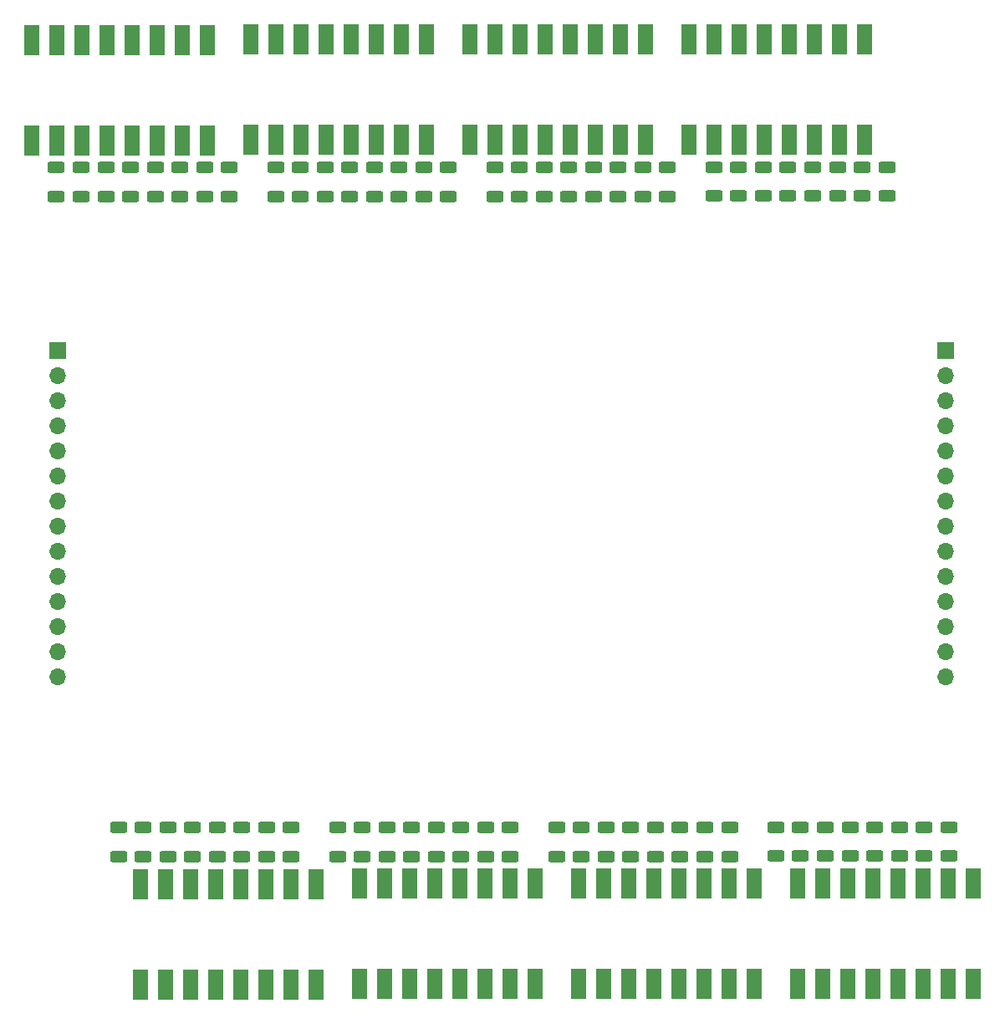
<source format=gts>
%TF.GenerationSoftware,KiCad,Pcbnew,(6.0.5)*%
%TF.CreationDate,2022-10-16T21:39:42+03:00*%
%TF.ProjectId,LED_MATRIX,4c45445f-4d41-4545-9249-582e6b696361,rev?*%
%TF.SameCoordinates,Original*%
%TF.FileFunction,Soldermask,Top*%
%TF.FilePolarity,Negative*%
%FSLAX46Y46*%
G04 Gerber Fmt 4.6, Leading zero omitted, Abs format (unit mm)*
G04 Created by KiCad (PCBNEW (6.0.5)) date 2022-10-16 21:39:42*
%MOMM*%
%LPD*%
G01*
G04 APERTURE LIST*
G04 Aperture macros list*
%AMRoundRect*
0 Rectangle with rounded corners*
0 $1 Rounding radius*
0 $2 $3 $4 $5 $6 $7 $8 $9 X,Y pos of 4 corners*
0 Add a 4 corners polygon primitive as box body*
4,1,4,$2,$3,$4,$5,$6,$7,$8,$9,$2,$3,0*
0 Add four circle primitives for the rounded corners*
1,1,$1+$1,$2,$3*
1,1,$1+$1,$4,$5*
1,1,$1+$1,$6,$7*
1,1,$1+$1,$8,$9*
0 Add four rect primitives between the rounded corners*
20,1,$1+$1,$2,$3,$4,$5,0*
20,1,$1+$1,$4,$5,$6,$7,0*
20,1,$1+$1,$6,$7,$8,$9,0*
20,1,$1+$1,$8,$9,$2,$3,0*%
G04 Aperture macros list end*
%ADD10RoundRect,0.250000X-0.625000X0.312500X-0.625000X-0.312500X0.625000X-0.312500X0.625000X0.312500X0*%
%ADD11RoundRect,0.250000X0.625000X-0.312500X0.625000X0.312500X-0.625000X0.312500X-0.625000X-0.312500X0*%
%ADD12R,1.700000X1.700000*%
%ADD13O,1.700000X1.700000*%
%ADD14R,1.600000X3.100000*%
G04 APERTURE END LIST*
D10*
%TO.C,REF\u002A\u002A*%
X98500000Y-52507500D03*
X98500000Y-55432500D03*
%TD*%
D11*
%TO.C,REF\u002A\u002A*%
X97270000Y-122252500D03*
X97270000Y-119327500D03*
%TD*%
D10*
%TO.C,REF\u002A\u002A*%
X76310000Y-52527500D03*
X76310000Y-55452500D03*
%TD*%
%TO.C,REF\u002A\u002A*%
X142890000Y-52487500D03*
X142890000Y-55412500D03*
%TD*%
D11*
%TO.C,REF\u002A\u002A*%
X80080000Y-122272500D03*
X80080000Y-119347500D03*
%TD*%
D10*
%TO.C,REF\u002A\u002A*%
X140390000Y-52487500D03*
X140390000Y-55412500D03*
%TD*%
D11*
%TO.C,REF\u002A\u002A*%
X89770000Y-122252500D03*
X89770000Y-119327500D03*
%TD*%
%TO.C,REF\u002A\u002A*%
X136660000Y-122232500D03*
X136660000Y-119307500D03*
%TD*%
%TO.C,REF\u002A\u002A*%
X72580000Y-122272500D03*
X72580000Y-119347500D03*
%TD*%
%TO.C,REF\u002A\u002A*%
X149160000Y-122232500D03*
X149160000Y-119307500D03*
%TD*%
%TO.C,REF\u002A\u002A*%
X85080000Y-122272500D03*
X85080000Y-119347500D03*
%TD*%
D10*
%TO.C,REF\u002A\u002A*%
X101000000Y-52507500D03*
X101000000Y-55432500D03*
%TD*%
D11*
%TO.C,REF\u002A\u002A*%
X144160000Y-122232500D03*
X144160000Y-119307500D03*
%TD*%
D10*
%TO.C,REF\u002A\u002A*%
X71310000Y-52527500D03*
X71310000Y-55452500D03*
%TD*%
%TO.C,REF\u002A\u002A*%
X73810000Y-52527500D03*
X73810000Y-55452500D03*
%TD*%
%TO.C,REF\u002A\u002A*%
X105700000Y-52507500D03*
X105700000Y-55432500D03*
%TD*%
%TO.C,REF\u002A\u002A*%
X91000000Y-52507500D03*
X91000000Y-55432500D03*
%TD*%
%TO.C,REF\u002A\u002A*%
X63810000Y-52527500D03*
X63810000Y-55452500D03*
%TD*%
%TO.C,REF\u002A\u002A*%
X96000000Y-52507500D03*
X96000000Y-55432500D03*
%TD*%
D11*
%TO.C,REF\u002A\u002A*%
X134160000Y-122232500D03*
X134160000Y-119307500D03*
%TD*%
D10*
%TO.C,REF\u002A\u002A*%
X118200000Y-52507500D03*
X118200000Y-55432500D03*
%TD*%
%TO.C,REF\u002A\u002A*%
X78810000Y-52527500D03*
X78810000Y-55452500D03*
%TD*%
%TO.C,REF\u002A\u002A*%
X108200000Y-52507500D03*
X108200000Y-55432500D03*
%TD*%
D11*
%TO.C,REF\u002A\u002A*%
X111970000Y-122252500D03*
X111970000Y-119327500D03*
%TD*%
%TO.C,REF\u002A\u002A*%
X141660000Y-122232500D03*
X141660000Y-119307500D03*
%TD*%
%TO.C,REF\u002A\u002A*%
X77580000Y-122272500D03*
X77580000Y-119347500D03*
%TD*%
D10*
%TO.C,REF\u002A\u002A*%
X137890000Y-52487500D03*
X137890000Y-55412500D03*
%TD*%
%TO.C,REF\u002A\u002A*%
X110700000Y-52507500D03*
X110700000Y-55432500D03*
%TD*%
D11*
%TO.C,REF\u002A\u002A*%
X124470000Y-122252500D03*
X124470000Y-119327500D03*
%TD*%
%TO.C,REF\u002A\u002A*%
X116970000Y-122252500D03*
X116970000Y-119327500D03*
%TD*%
D10*
%TO.C,REF\u002A\u002A*%
X127890000Y-52487500D03*
X127890000Y-55412500D03*
%TD*%
D11*
%TO.C,REF\u002A\u002A*%
X151660000Y-122232500D03*
X151660000Y-119307500D03*
%TD*%
D10*
%TO.C,REF\u002A\u002A*%
X115700000Y-52507500D03*
X115700000Y-55432500D03*
%TD*%
%TO.C,REF\u002A\u002A*%
X132890000Y-52487500D03*
X132890000Y-55412500D03*
%TD*%
D11*
%TO.C,REF\u002A\u002A*%
X107270000Y-122252500D03*
X107270000Y-119327500D03*
%TD*%
D10*
%TO.C,REF\u002A\u002A*%
X93500000Y-52507500D03*
X93500000Y-55432500D03*
%TD*%
%TO.C,REF\u002A\u002A*%
X61310000Y-52527500D03*
X61310000Y-55452500D03*
%TD*%
%TO.C,REF\u002A\u002A*%
X66310000Y-52527500D03*
X66310000Y-55452500D03*
%TD*%
%TO.C,REF\u002A\u002A*%
X113200000Y-52507500D03*
X113200000Y-55432500D03*
%TD*%
%TO.C,REF\u002A\u002A*%
X120700000Y-52507500D03*
X120700000Y-55432500D03*
%TD*%
D12*
%TO.C,REF\u002A\u002A*%
X151360000Y-71050000D03*
D13*
X151360000Y-73590000D03*
X151360000Y-76130000D03*
X151360000Y-78670000D03*
X151360000Y-81210000D03*
X151360000Y-83750000D03*
X151360000Y-86290000D03*
X151360000Y-88830000D03*
X151360000Y-91370000D03*
X151360000Y-93910000D03*
X151360000Y-96450000D03*
X151360000Y-98990000D03*
X151360000Y-101530000D03*
X151360000Y-104070000D03*
%TD*%
D11*
%TO.C,REF\u002A\u002A*%
X67580000Y-122272500D03*
X67580000Y-119347500D03*
%TD*%
D10*
%TO.C,REF\u002A\u002A*%
X123200000Y-52507500D03*
X123200000Y-55432500D03*
%TD*%
D11*
%TO.C,REF\u002A\u002A*%
X119470000Y-122252500D03*
X119470000Y-119327500D03*
%TD*%
%TO.C,REF\u002A\u002A*%
X102270000Y-122252500D03*
X102270000Y-119327500D03*
%TD*%
%TO.C,REF\u002A\u002A*%
X92270000Y-122252500D03*
X92270000Y-119327500D03*
%TD*%
D10*
%TO.C,REF\u002A\u002A*%
X145390000Y-52487500D03*
X145390000Y-55412500D03*
%TD*%
D11*
%TO.C,REF\u002A\u002A*%
X70080000Y-122272500D03*
X70080000Y-119347500D03*
%TD*%
%TO.C,REF\u002A\u002A*%
X139160000Y-122232500D03*
X139160000Y-119307500D03*
%TD*%
%TO.C,REF\u002A\u002A*%
X99770000Y-122252500D03*
X99770000Y-119327500D03*
%TD*%
D10*
%TO.C,REF\u002A\u002A*%
X88500000Y-52507500D03*
X88500000Y-55432500D03*
%TD*%
D11*
%TO.C,REF\u002A\u002A*%
X146660000Y-122232500D03*
X146660000Y-119307500D03*
%TD*%
%TO.C,REF\u002A\u002A*%
X121970000Y-122252500D03*
X121970000Y-119327500D03*
%TD*%
D10*
%TO.C,REF\u002A\u002A*%
X135390000Y-52487500D03*
X135390000Y-55412500D03*
%TD*%
%TO.C,REF\u002A\u002A*%
X130390000Y-52487500D03*
X130390000Y-55412500D03*
%TD*%
D11*
%TO.C,REF\u002A\u002A*%
X114470000Y-122252500D03*
X114470000Y-119327500D03*
%TD*%
D10*
%TO.C,REF\u002A\u002A*%
X68810000Y-52527500D03*
X68810000Y-55452500D03*
%TD*%
D11*
%TO.C,REF\u002A\u002A*%
X129470000Y-122252500D03*
X129470000Y-119327500D03*
%TD*%
%TO.C,REF\u002A\u002A*%
X75080000Y-122272500D03*
X75080000Y-119347500D03*
%TD*%
%TO.C,REF\u002A\u002A*%
X82580000Y-122272500D03*
X82580000Y-119347500D03*
%TD*%
%TO.C,REF\u002A\u002A*%
X126970000Y-122252500D03*
X126970000Y-119327500D03*
%TD*%
D10*
%TO.C,REF\u002A\u002A*%
X83500000Y-52507500D03*
X83500000Y-55432500D03*
%TD*%
D11*
%TO.C,REF\u002A\u002A*%
X94770000Y-122252500D03*
X94770000Y-119327500D03*
%TD*%
%TO.C,REF\u002A\u002A*%
X104770000Y-122252500D03*
X104770000Y-119327500D03*
%TD*%
D12*
%TO.C,REF\u002A\u002A*%
X61460000Y-71066275D03*
D13*
X61460000Y-73606275D03*
X61460000Y-76146275D03*
X61460000Y-78686275D03*
X61460000Y-81226275D03*
X61460000Y-83766275D03*
X61460000Y-86306275D03*
X61460000Y-88846275D03*
X61460000Y-91386275D03*
X61460000Y-93926275D03*
X61460000Y-96466275D03*
X61460000Y-99006275D03*
X61460000Y-101546275D03*
X61460000Y-104086275D03*
%TD*%
D10*
%TO.C,REF\u002A\u002A*%
X86000000Y-52507500D03*
X86000000Y-55432500D03*
%TD*%
D14*
%TO.C,74LS595*%
X120990000Y-49750000D03*
X118450000Y-49750000D03*
X115910000Y-49750000D03*
X113370000Y-49750000D03*
X110830000Y-49750000D03*
X108290000Y-49750000D03*
X105750000Y-49750000D03*
X103210000Y-49750000D03*
X103210000Y-39590000D03*
X105750000Y-39590000D03*
X108290000Y-39590000D03*
X110830000Y-39590000D03*
X113370000Y-39590000D03*
X115910000Y-39590000D03*
X118450000Y-39590000D03*
X120990000Y-39590000D03*
%TD*%
%TO.C,74LS595*%
X114180000Y-125010000D03*
X116720000Y-125010000D03*
X119260000Y-125010000D03*
X121800000Y-125010000D03*
X124340000Y-125010000D03*
X126880000Y-125010000D03*
X129420000Y-125010000D03*
X131960000Y-125010000D03*
X131960000Y-135170000D03*
X129420000Y-135170000D03*
X126880000Y-135170000D03*
X124340000Y-135170000D03*
X121800000Y-135170000D03*
X119260000Y-135170000D03*
X116720000Y-135170000D03*
X114180000Y-135170000D03*
%TD*%
%TO.C,74LS595*%
X98790000Y-49750000D03*
X96250000Y-49750000D03*
X93710000Y-49750000D03*
X91170000Y-49750000D03*
X88630000Y-49750000D03*
X86090000Y-49750000D03*
X83550000Y-49750000D03*
X81010000Y-49750000D03*
X81010000Y-39590000D03*
X83550000Y-39590000D03*
X86090000Y-39590000D03*
X88630000Y-39590000D03*
X91170000Y-39590000D03*
X93710000Y-39590000D03*
X96250000Y-39590000D03*
X98790000Y-39590000D03*
%TD*%
%TO.C,74LS595*%
X143180000Y-49730000D03*
X140640000Y-49730000D03*
X138100000Y-49730000D03*
X135560000Y-49730000D03*
X133020000Y-49730000D03*
X130480000Y-49730000D03*
X127940000Y-49730000D03*
X125400000Y-49730000D03*
X125400000Y-39570000D03*
X127940000Y-39570000D03*
X130480000Y-39570000D03*
X133020000Y-39570000D03*
X135560000Y-39570000D03*
X138100000Y-39570000D03*
X140640000Y-39570000D03*
X143180000Y-39570000D03*
%TD*%
%TO.C,74LS595*%
X91980000Y-125010000D03*
X94520000Y-125010000D03*
X97060000Y-125010000D03*
X99600000Y-125010000D03*
X102140000Y-125010000D03*
X104680000Y-125010000D03*
X107220000Y-125010000D03*
X109760000Y-125010000D03*
X109760000Y-135170000D03*
X107220000Y-135170000D03*
X104680000Y-135170000D03*
X102140000Y-135170000D03*
X99600000Y-135170000D03*
X97060000Y-135170000D03*
X94520000Y-135170000D03*
X91980000Y-135170000D03*
%TD*%
%TO.C,74LS595*%
X136370000Y-124990000D03*
X138910000Y-124990000D03*
X141450000Y-124990000D03*
X143990000Y-124990000D03*
X146530000Y-124990000D03*
X149070000Y-124990000D03*
X151610000Y-124990000D03*
X154150000Y-124990000D03*
X154150000Y-135150000D03*
X151610000Y-135150000D03*
X149070000Y-135150000D03*
X146530000Y-135150000D03*
X143990000Y-135150000D03*
X141450000Y-135150000D03*
X138910000Y-135150000D03*
X136370000Y-135150000D03*
%TD*%
%TO.C,74LS595*%
X76600000Y-49770000D03*
X74060000Y-49770000D03*
X71520000Y-49770000D03*
X68980000Y-49770000D03*
X66440000Y-49770000D03*
X63900000Y-49770000D03*
X61360000Y-49770000D03*
X58820000Y-49770000D03*
X58820000Y-39610000D03*
X61360000Y-39610000D03*
X63900000Y-39610000D03*
X66440000Y-39610000D03*
X68980000Y-39610000D03*
X71520000Y-39610000D03*
X74060000Y-39610000D03*
X76600000Y-39610000D03*
%TD*%
%TO.C,74LS595*%
X69790000Y-125030000D03*
X72330000Y-125030000D03*
X74870000Y-125030000D03*
X77410000Y-125030000D03*
X79950000Y-125030000D03*
X82490000Y-125030000D03*
X85030000Y-125030000D03*
X87570000Y-125030000D03*
X87570000Y-135190000D03*
X85030000Y-135190000D03*
X82490000Y-135190000D03*
X79950000Y-135190000D03*
X77410000Y-135190000D03*
X74870000Y-135190000D03*
X72330000Y-135190000D03*
X69790000Y-135190000D03*
%TD*%
M02*

</source>
